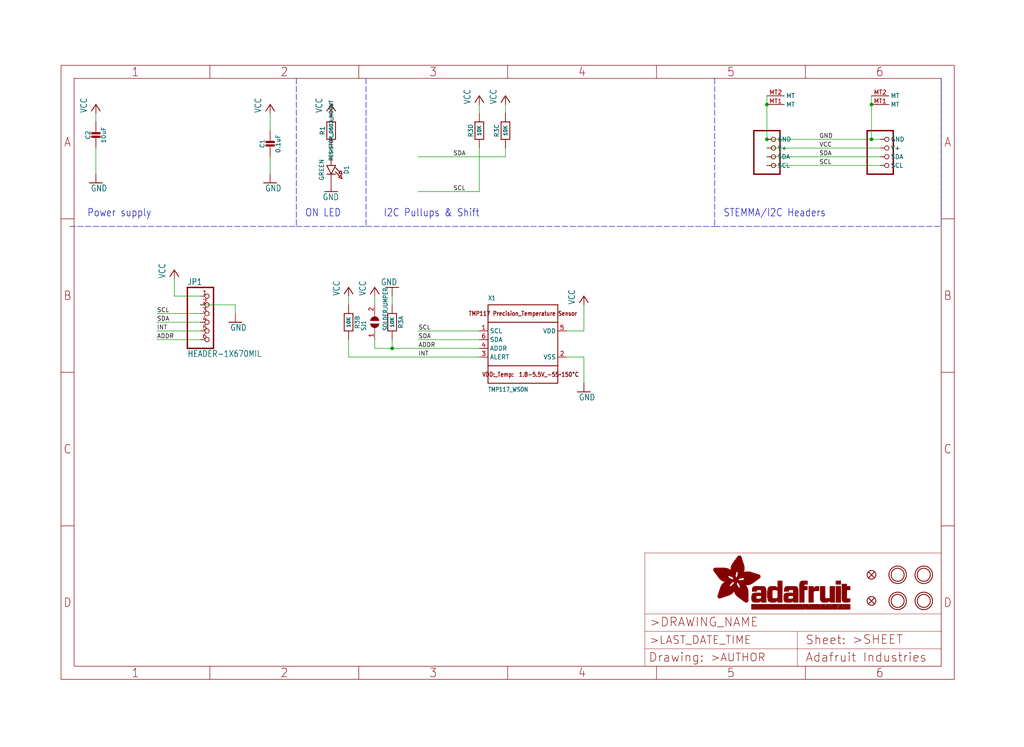
<source format=kicad_sch>
(kicad_sch (version 20211123) (generator eeschema)
  (paper "User" 298.45 217.881)
  (lib_symbols
    (symbol "eagleSchem-eagle-import:CAP_CERAMIC0603_NO"
      (property "Reference" "C" (at -2.29 1.25 90))
      (property "Value" "CAP_CERAMIC0603_NO" (at 2.3 1.25 90))
      (symbol "CAP_CERAMIC0603_NO_1_0"
        (pin passive line (at 0 5.08 270) (length 2.54) (name "1") (number "1"))
        (pin passive line (at 0 -2.54 90) (length 2.54) (name "2") (number "2"))
      )
    )
    (symbol "eagleSchem-eagle-import:CAP_CERAMIC0805-NOOUTLINE"
      (property "Reference" "C" (at -2.29 1.25 90))
      (property "Value" "CAP_CERAMIC0805-NOOUTLINE" (at 2.3 1.25 90))
      (symbol "CAP_CERAMIC0805-NOOUTLINE_1_0"
        (pin passive line (at 0 5.08 270) (length 2.54) (name "1") (number "1"))
        (pin passive line (at 0 -2.54 90) (length 2.54) (name "2") (number "2"))
      )
    )
    (symbol "eagleSchem-eagle-import:FIDUCIAL_1MM")
    (symbol "eagleSchem-eagle-import:FRAME_A4_ADAFRUIT"
      (symbol "FRAME_A4_ADAFRUIT_0_0"
        (text "1" (at 21.6958 1.905 0) (effects (font (size 2.54 2.286))))
        (text "1" (at 21.6958 177.165 0) (effects (font (size 2.54 2.286))))
        (text "2" (at 65.0875 1.905 0) (effects (font (size 2.54 2.286))))
        (text "2" (at 65.0875 177.165 0) (effects (font (size 2.54 2.286))))
        (text "3" (at 108.4792 1.905 0) (effects (font (size 2.54 2.286))))
        (text "3" (at 108.4792 177.165 0) (effects (font (size 2.54 2.286))))
        (text "4" (at 151.8708 1.905 0) (effects (font (size 2.54 2.286))))
        (text "4" (at 151.8708 177.165 0) (effects (font (size 2.54 2.286))))
        (text "5" (at 195.2625 1.905 0) (effects (font (size 2.54 2.286))))
        (text "5" (at 195.2625 177.165 0) (effects (font (size 2.54 2.286))))
        (text "6" (at 238.6542 1.905 0) (effects (font (size 2.54 2.286))))
        (text "6" (at 238.6542 177.165 0) (effects (font (size 2.54 2.286))))
        (text "A" (at 1.905 156.6863 0) (effects (font (size 2.54 2.286))))
        (text "A" (at 258.445 156.6863 0) (effects (font (size 2.54 2.286))))
        (text "B" (at 1.905 111.9188 0) (effects (font (size 2.54 2.286))))
        (text "B" (at 258.445 111.9188 0) (effects (font (size 2.54 2.286))))
        (text "C" (at 1.905 67.1513 0) (effects (font (size 2.54 2.286))))
        (text "C" (at 258.445 67.1513 0) (effects (font (size 2.54 2.286))))
        (text "D" (at 1.905 22.3838 0) (effects (font (size 2.54 2.286))))
        (text "D" (at 258.445 22.3838 0) (effects (font (size 2.54 2.286))))
      )
      (symbol "FRAME_A4_ADAFRUIT_1_0"
        (text ">AUTHOR" (at 189.23 5.08 0) (effects (font (size 2.286 2.286)) (justify left bottom)))
        (text ">DRAWING_NAME" (at 171.45 15.24 0) (effects (font (size 2.54 2.54)) (justify left bottom)))
        (text ">LAST_DATE_TIME" (at 171.45 10.16 0) (effects (font (size 2.286 2.286)) (justify left bottom)))
        (text ">SHEET" (at 230.505 10.16 0) (effects (font (size 2.54 2.54)) (justify left bottom)))
        (text "Adafruit Industries" (at 216.916 4.953 0) (effects (font (size 2.54 2.54)) (justify left bottom)))
        (text "Drawing:" (at 171.196 4.953 0) (effects (font (size 2.54 2.54)) (justify left bottom)))
        (text "Sheet:" (at 216.916 10.033 0) (effects (font (size 2.54 2.54)) (justify left bottom)))
      )
    )
    (symbol "eagleSchem-eagle-import:GND" (power)
      (property "Value" "GND" (at -2.54 -2.54 0))
      (symbol "GND_1_0"
        (pin power_in line (at 0 2.54 270) (length 2.54) (name "GND") (number "1"))
      )
    )
    (symbol "eagleSchem-eagle-import:HEADER-1X670MIL"
      (property "Reference" "JP" (at -6.35 10.795 0))
      (property "Value" "HEADER-1X670MIL" (at -6.35 -10.16 0))
      (symbol "HEADER-1X670MIL_1_0"
        (pin passive inverted (at -2.54 7.62 0) (length 2.54) (name "1") (number "1"))
        (pin passive inverted (at -2.54 5.08 0) (length 2.54) (name "2") (number "2"))
        (pin passive inverted (at -2.54 2.54 0) (length 2.54) (name "3") (number "3"))
        (pin passive inverted (at -2.54 0 0) (length 2.54) (name "4") (number "4"))
        (pin passive inverted (at -2.54 -2.54 0) (length 2.54) (name "5") (number "5"))
        (pin passive inverted (at -2.54 -5.08 0) (length 2.54) (name "6") (number "6"))
      )
    )
    (symbol "eagleSchem-eagle-import:LED0603_NOOUTLINE"
      (property "Reference" "D" (at -1.27 4.445 0))
      (property "Value" "LED0603_NOOUTLINE" (at -1.27 -2.794 0))
      (symbol "LED0603_NOOUTLINE_1_0"
        (pin passive line (at -5.08 0 0) (length 2.54) (name "A") (number "A"))
        (pin passive line (at 2.54 0 180) (length 2.54) (name "C") (number "C"))
      )
    )
    (symbol "eagleSchem-eagle-import:MOUNTINGHOLE2.5")
    (symbol "eagleSchem-eagle-import:RESISTOR_0603_NOOUT"
      (property "Reference" "R" (at 0 2.54 0))
      (property "Value" "RESISTOR_0603_NOOUT" (at 0 0 0))
      (symbol "RESISTOR_0603_NOOUT_1_0"
        (pin passive line (at -5.08 0 0) (length 2.54) (name "1") (number "1"))
        (pin passive line (at 5.08 0 180) (length 2.54) (name "2") (number "2"))
      )
    )
    (symbol "eagleSchem-eagle-import:RESISTOR_4PACK"
      (property "Reference" "R" (at 0 2.54 0))
      (property "Value" "RESISTOR_4PACK" (at 0 0 0))
      (symbol "RESISTOR_4PACK_1_0"
        (pin passive line (at -5.08 0 0) (length 2.54) (name "1") (number "1"))
        (pin passive line (at 5.08 0 180) (length 2.54) (name "2") (number "8"))
      )
      (symbol "RESISTOR_4PACK_2_0"
        (pin passive line (at -5.08 0 0) (length 2.54) (name "1") (number "2"))
        (pin passive line (at 5.08 0 180) (length 2.54) (name "2") (number "7"))
      )
      (symbol "RESISTOR_4PACK_3_0"
        (pin passive line (at -5.08 0 0) (length 2.54) (name "1") (number "3"))
        (pin passive line (at 5.08 0 180) (length 2.54) (name "2") (number "6"))
      )
      (symbol "RESISTOR_4PACK_4_0"
        (pin passive line (at -5.08 0 0) (length 2.54) (name "1") (number "4"))
        (pin passive line (at 5.08 0 180) (length 2.54) (name "2") (number "5"))
      )
    )
    (symbol "eagleSchem-eagle-import:SOLDERJUMPER"
      (property "Reference" "SJ" (at -2.54 2.54 0))
      (property "Value" "SOLDERJUMPER" (at -2.54 -3.81 0))
      (symbol "SOLDERJUMPER_1_0"
        (pin passive line (at -5.08 0 0) (length 2.54) (name "1") (number "1"))
        (pin passive line (at 5.08 0 180) (length 2.54) (name "2") (number "2"))
      )
    )
    (symbol "eagleSchem-eagle-import:STEMMA_I2C_QT"
      (symbol "STEMMA_I2C_QT_1_0"
        (pin passive inverted (at 0 5.08 0) (length 2.54) (name "GND") (number "1"))
        (pin passive inverted (at 0 2.54 0) (length 2.54) (name "V+") (number "2"))
        (pin passive inverted (at 0 0 0) (length 2.54) (name "SDA") (number "3"))
        (pin passive inverted (at 0 -2.54 0) (length 2.54) (name "SCL") (number "4"))
      )
      (symbol "STEMMA_I2C_QT_2_0"
        (pin bidirectional line (at 0 0 0) (length 5.08) (name "MT") (number "MT1"))
      )
      (symbol "STEMMA_I2C_QT_3_0"
        (pin bidirectional line (at 0 0 0) (length 5.08) (name "MT") (number "MT2"))
      )
    )
    (symbol "eagleSchem-eagle-import:TMP117_WSON"
      (property "Reference" "X" (at -10.16 11.43 0))
      (property "Value" "TMP117_WSON" (at -10.16 -15.24 0))
      (symbol "TMP117_WSON_1_0"
        (text "1.8-5.5V_-55~150°C" (at -1.27 -10.16 0) (effects (font (size 1.27 1.0795) (thickness 0.2159) bold) (justify left)))
        (text "TMP117 Precision_Temperature Sensor" (at 0 7.62 0) (effects (font (size 1.27 1.0795) (thickness 0.2159) bold)))
        (text "VDD:_Temp:" (at -2.54 -10.16 0) (effects (font (size 1.27 1.0795) (thickness 0.2159) bold) (justify right)))
        (pin bidirectional line (at -12.7 2.54 0) (length 2.54) (name "SCL") (number "1"))
        (pin power_in line (at 12.7 -5.08 180) (length 2.54) (name "VSS") (number "2"))
        (pin output line (at -12.7 -5.08 0) (length 2.54) (name "ALERT") (number "3"))
        (pin input line (at -12.7 -2.54 0) (length 2.54) (name "ADDR") (number "4"))
        (pin power_in line (at 12.7 2.54 180) (length 2.54) (name "VDD") (number "5"))
        (pin bidirectional line (at -12.7 0 0) (length 2.54) (name "SDA") (number "6"))
      )
    )
    (symbol "eagleSchem-eagle-import:VCC" (power)
      (property "Value" "VCC" (at -2.54 -2.54 90))
      (symbol "VCC_1_0"
        (pin power_in line (at 0 -2.54 90) (length 2.54) (name "VCC") (number "1"))
      )
    )
  )
  (junction (at 114.3 101.6))
  (junction (at 223.52 40.64))
  (junction (at 254 30.48))
  (junction (at 223.52 30.48))
  (junction (at 254 40.64))
  (polyline (pts (xy 208.28 66.04) (xy 274.32 66.04)))
  (wire (pts (xy 170.18 96.52) (xy 170.18 88.9)))
  (wire (pts (xy 147.32 45.72) (xy 121.92 45.72)))
  (wire (pts (xy 254 30.48) (xy 254 40.64)))
  (polyline (pts (xy 86.36 66.04) (xy 106.68 66.04)))
  (wire (pts (xy 58.42 91.44) (xy 45.72 91.44)))
  (wire (pts (xy 68.58 88.9) (xy 68.58 91.44)))
  (wire (pts (xy 165.1 96.52) (xy 170.18 96.52)))
  (wire (pts (xy 139.7 101.6) (xy 114.3 101.6)))
  (wire (pts (xy 101.6 104.14) (xy 101.6 99.06)))
  (wire (pts (xy 139.7 30.48) (xy 139.7 33.02)))
  (wire (pts (xy 170.18 104.14) (xy 170.18 111.76)))
  (wire (pts (xy 109.22 88.9) (xy 109.22 86.36)))
  (wire (pts (xy 58.42 99.06) (xy 45.72 99.06)))
  (wire (pts (xy 101.6 86.36) (xy 101.6 88.9)))
  (wire (pts (xy 223.52 48.26) (xy 256.54 48.26)))
  (polyline (pts (xy 20.32 66.04) (xy 86.36 66.04)))
  (wire (pts (xy 139.7 96.52) (xy 121.92 96.52)))
  (polyline (pts (xy 274.32 22.86) (xy 274.32 66.04)))
  (wire (pts (xy 256.54 45.72) (xy 223.52 45.72)))
  (wire (pts (xy 147.32 43.18) (xy 147.32 45.72)))
  (wire (pts (xy 121.92 99.06) (xy 139.7 99.06)))
  (polyline (pts (xy 106.68 22.86) (xy 106.68 66.04)))
  (wire (pts (xy 58.42 96.52) (xy 45.72 96.52)))
  (wire (pts (xy 165.1 104.14) (xy 170.18 104.14)))
  (wire (pts (xy 58.42 93.98) (xy 45.72 93.98)))
  (wire (pts (xy 147.32 33.02) (xy 147.32 30.48)))
  (wire (pts (xy 139.7 43.18) (xy 139.7 55.88)))
  (wire (pts (xy 114.3 101.6) (xy 109.22 101.6)))
  (wire (pts (xy 58.42 88.9) (xy 68.58 88.9)))
  (wire (pts (xy 223.52 27.94) (xy 223.52 30.48)))
  (polyline (pts (xy 208.28 22.86) (xy 208.28 66.04)))
  (wire (pts (xy 254 40.64) (xy 223.52 40.64)))
  (wire (pts (xy 78.74 45.72) (xy 78.74 50.8)))
  (wire (pts (xy 254 27.94) (xy 254 30.48)))
  (wire (pts (xy 58.42 86.36) (xy 50.8 86.36)))
  (wire (pts (xy 27.94 33.02) (xy 27.94 35.56)))
  (wire (pts (xy 109.22 101.6) (xy 109.22 99.06)))
  (polyline (pts (xy 86.36 22.86) (xy 86.36 66.04)))
  (wire (pts (xy 139.7 104.14) (xy 101.6 104.14)))
  (wire (pts (xy 78.74 33.02) (xy 78.74 38.1)))
  (wire (pts (xy 139.7 55.88) (xy 121.92 55.88)))
  (polyline (pts (xy 106.68 66.04) (xy 208.28 66.04)))
  (wire (pts (xy 50.8 86.36) (xy 50.8 81.28)))
  (wire (pts (xy 114.3 86.36) (xy 114.3 88.9)))
  (wire (pts (xy 96.52 45.72) (xy 96.52 43.18)))
  (wire (pts (xy 223.52 30.48) (xy 223.52 40.64)))
  (wire (pts (xy 223.52 43.18) (xy 256.54 43.18)))
  (wire (pts (xy 256.54 40.64) (xy 254 40.64)))
  (wire (pts (xy 27.94 50.8) (xy 27.94 43.18)))
  (wire (pts (xy 114.3 101.6) (xy 114.3 99.06)))
  (text "STEMMA/I2C Headers" (at 210.82 63.5 180) (effects (font (size 2.1844 1.8567)) (justify left bottom)))
  (text "I2C Pullups & Shift" (at 111.76 63.5 180) (effects (font (size 2.1844 1.8567)) (justify left bottom)))
  (text "ON LED" (at 88.9 63.5 180) (effects (font (size 2.1844 1.8567)) (justify left bottom)))
  (text "Power supply" (at 25.4 63.5 180) (effects (font (size 2.1844 1.8567)) (justify left bottom)))
  (label "SDA" (at 132.08 45.72 0) (effects (font (size 1.2446 1.2446))))
  (label "ADDR" (at 121.92 101.6 0) (effects (font (size 1.2446 1.2446))))
  (label "ADDR" (at 45.72 99.06 0) (effects (font (size 1.2446 1.2446))))
  (label "INT" (at 121.92 104.14 0) (effects (font (size 1.2446 1.2446))))
  (label "SCL" (at 238.76 48.26 0) (effects (font (size 1.2446 1.2446))))
  (label "SDA" (at 121.92 99.06 0) (effects (font (size 1.2446 1.2446))))
  (label "SDA" (at 45.72 93.98 0) (effects (font (size 1.2446 1.2446))))
  (label "VCC" (at 238.76 43.18 0) (effects (font (size 1.2446 1.2446))))
  (label "SCL" (at 121.92 96.52 0) (effects (font (size 1.2446 1.2446))))
  (label "SDA" (at 238.76 45.72 0) (effects (font (size 1.2446 1.2446))))
  (label "SCL" (at 132.08 55.88 0) (effects (font (size 1.2446 1.2446))))
  (label "INT" (at 45.72 96.52 0) (effects (font (size 1.2446 1.2446))))
  (label "GND" (at 238.76 40.64 0) (effects (font (size 1.2446 1.2446))))
  (label "SCL" (at 45.72 91.44 0) (effects (font (size 1.2446 1.2446))))
  (symbol (lib_id "eagleSchem-eagle-import:RESISTOR_4PACK") (at 139.7 38.1 90) (unit 4)
    (property "Reference" "R3" (at 137.16 38.1 0))
    (property "Value" "10K" (at 139.7 38.1 0) (effects (font (size 1.016 1.016) bold)))
    (property "Footprint" "eagleSchem:RESPACK_4X0603" (effects hide))
  )
  (symbol (lib_id "eagleSchem-eagle-import:VCC") (at 50.8 78.74 0) (unit 1)
    (property "Reference" "#P+4" (effects hide))
    (property "Value" "VCC" (at 48.26 81.28 90) (effects (font (size 1.778 1.5113)) (justify left bottom)))
    (property "Footprint" "eagleSchem:" (effects hide))
  )
  (symbol (lib_id "eagleSchem-eagle-import:MOUNTINGHOLE2.5") (at 261.62 167.64 0) (unit 1)
    (property "Reference" "U$17" (effects hide))
    (property "Value" "MOUNTINGHOLE2.5" (effects hide))
    (property "Footprint" "eagleSchem:MOUNTINGHOLE_2.5_PLATED" (effects hide))
  )
  (symbol (lib_id "eagleSchem-eagle-import:VCC") (at 27.94 30.48 0) (unit 1)
    (property "Reference" "#P+3" (effects hide))
    (property "Value" "VCC" (at 25.4 33.02 90) (effects (font (size 1.778 1.5113)) (justify left bottom)))
    (property "Footprint" "eagleSchem:" (effects hide))
  )
  (symbol (lib_id "eagleSchem-eagle-import:STEMMA_I2C_QT") (at 223.52 45.72 0) (unit 1)
    (property "Reference" "CONN3" (effects hide))
    (property "Value" "STEMMA_I2C_QT" (effects hide))
    (property "Footprint" "eagleSchem:JST_SH4" (effects hide))
  )
  (symbol (lib_id "eagleSchem-eagle-import:GND") (at 27.94 53.34 0) (unit 1)
    (property "Reference" "#U$13" (effects hide))
    (property "Value" "GND" (at 26.416 55.88 0) (effects (font (size 1.778 1.5113)) (justify left bottom)))
    (property "Footprint" "eagleSchem:" (effects hide))
  )
  (symbol (lib_id "eagleSchem-eagle-import:RESISTOR_0603_NOOUT") (at 96.52 38.1 90) (unit 1)
    (property "Reference" "R1" (at 93.98 38.1 0))
    (property "Value" "RESISTOR_0603_NOOUT" (at 96.52 38.1 0) (effects (font (size 1.016 1.016) bold)))
    (property "Footprint" "eagleSchem:0603-NO" (effects hide))
  )
  (symbol (lib_id "eagleSchem-eagle-import:RESISTOR_4PACK") (at 147.32 38.1 90) (unit 3)
    (property "Reference" "R3" (at 144.78 38.1 0))
    (property "Value" "10K" (at 147.32 38.1 0) (effects (font (size 1.016 1.016) bold)))
    (property "Footprint" "eagleSchem:RESPACK_4X0603" (effects hide))
  )
  (symbol (lib_id "eagleSchem-eagle-import:GND") (at 170.18 114.3 0) (unit 1)
    (property "Reference" "#U$2" (effects hide))
    (property "Value" "GND" (at 168.656 116.84 0) (effects (font (size 1.778 1.5113)) (justify left bottom)))
    (property "Footprint" "eagleSchem:" (effects hide))
  )
  (symbol (lib_id "eagleSchem-eagle-import:VCC") (at 147.32 27.94 0) (unit 1)
    (property "Reference" "#P+2" (effects hide))
    (property "Value" "VCC" (at 144.78 30.48 90) (effects (font (size 1.778 1.5113)) (justify left bottom)))
    (property "Footprint" "eagleSchem:" (effects hide))
  )
  (symbol (lib_id "eagleSchem-eagle-import:GND") (at 68.58 93.98 0) (unit 1)
    (property "Reference" "#U$10" (effects hide))
    (property "Value" "GND" (at 67.056 96.52 0) (effects (font (size 1.778 1.5113)) (justify left bottom)))
    (property "Footprint" "eagleSchem:" (effects hide))
  )
  (symbol (lib_id "eagleSchem-eagle-import:FIDUCIAL_1MM") (at 254 167.64 0) (unit 1)
    (property "Reference" "FID4" (effects hide))
    (property "Value" "FIDUCIAL_1MM" (effects hide))
    (property "Footprint" "eagleSchem:FIDUCIAL_1MM" (effects hide))
  )
  (symbol (lib_id "eagleSchem-eagle-import:VCC") (at 78.74 30.48 0) (unit 1)
    (property "Reference" "#P+5" (effects hide))
    (property "Value" "VCC" (at 76.2 33.02 90) (effects (font (size 1.778 1.5113)) (justify left bottom)))
    (property "Footprint" "eagleSchem:" (effects hide))
  )
  (symbol (lib_id "eagleSchem-eagle-import:GND") (at 96.52 55.88 0) (unit 1)
    (property "Reference" "#GND6" (effects hide))
    (property "Value" "GND" (at 93.98 58.42 0) (effects (font (size 1.778 1.5113)) (justify left bottom)))
    (property "Footprint" "eagleSchem:" (effects hide))
  )
  (symbol (lib_id "eagleSchem-eagle-import:GND") (at 114.3 83.82 180) (unit 1)
    (property "Reference" "#U$3" (effects hide))
    (property "Value" "GND" (at 115.824 81.28 0) (effects (font (size 1.778 1.5113)) (justify left bottom)))
    (property "Footprint" "eagleSchem:" (effects hide))
  )
  (symbol (lib_id "eagleSchem-eagle-import:VCC") (at 109.22 83.82 0) (unit 1)
    (property "Reference" "#P+9" (effects hide))
    (property "Value" "VCC" (at 106.68 86.36 90) (effects (font (size 1.778 1.5113)) (justify left bottom)))
    (property "Footprint" "eagleSchem:" (effects hide))
  )
  (symbol (lib_id "eagleSchem-eagle-import:CAP_CERAMIC0805-NOOUTLINE") (at 27.94 40.64 0) (unit 1)
    (property "Reference" "C2" (at 25.65 39.39 90))
    (property "Value" "10uF" (at 30.24 39.39 90))
    (property "Footprint" "eagleSchem:0805-NO" (effects hide))
  )
  (symbol (lib_id "eagleSchem-eagle-import:FIDUCIAL_1MM") (at 254 175.26 0) (unit 1)
    (property "Reference" "FID3" (effects hide))
    (property "Value" "FIDUCIAL_1MM" (effects hide))
    (property "Footprint" "eagleSchem:FIDUCIAL_1MM" (effects hide))
  )
  (symbol (lib_id "eagleSchem-eagle-import:MOUNTINGHOLE2.5") (at 269.24 167.64 0) (unit 1)
    (property "Reference" "U$19" (effects hide))
    (property "Value" "MOUNTINGHOLE2.5" (effects hide))
    (property "Footprint" "eagleSchem:MOUNTINGHOLE_2.5_PLATED" (effects hide))
  )
  (symbol (lib_id "eagleSchem-eagle-import:VCC") (at 139.7 27.94 0) (unit 1)
    (property "Reference" "#P+1" (effects hide))
    (property "Value" "VCC" (at 137.16 30.48 90) (effects (font (size 1.778 1.5113)) (justify left bottom)))
    (property "Footprint" "eagleSchem:" (effects hide))
  )
  (symbol (lib_id "eagleSchem-eagle-import:RESISTOR_4PACK") (at 114.3 93.98 270) (unit 1)
    (property "Reference" "R3" (at 116.84 93.98 0))
    (property "Value" "10K" (at 114.3 93.98 0) (effects (font (size 1.016 1.016) bold)))
    (property "Footprint" "eagleSchem:RESPACK_4X0603" (effects hide))
  )
  (symbol (lib_id "eagleSchem-eagle-import:FRAME_A4_ADAFRUIT") (at 17.78 198.12 0) (unit 1)
    (property "Reference" "#U$18" (effects hide))
    (property "Value" "FRAME_A4_ADAFRUIT" (effects hide))
    (property "Footprint" "eagleSchem:" (effects hide))
  )
  (symbol (lib_id "eagleSchem-eagle-import:VCC") (at 96.52 30.48 0) (unit 1)
    (property "Reference" "#P+6" (effects hide))
    (property "Value" "VCC" (at 93.98 33.02 90) (effects (font (size 1.778 1.5113)) (justify left bottom)))
    (property "Footprint" "eagleSchem:" (effects hide))
  )
  (symbol (lib_id "eagleSchem-eagle-import:MOUNTINGHOLE2.5") (at 269.24 175.26 0) (unit 1)
    (property "Reference" "U$21" (effects hide))
    (property "Value" "MOUNTINGHOLE2.5" (effects hide))
    (property "Footprint" "eagleSchem:MOUNTINGHOLE_2.5_PLATED" (effects hide))
  )
  (symbol (lib_id "eagleSchem-eagle-import:STEMMA_I2C_QT") (at 256.54 45.72 0) (unit 1)
    (property "Reference" "CONN4" (effects hide))
    (property "Value" "STEMMA_I2C_QT" (effects hide))
    (property "Footprint" "eagleSchem:JST_SH4" (effects hide))
  )
  (symbol (lib_id "eagleSchem-eagle-import:VCC") (at 170.18 86.36 0) (unit 1)
    (property "Reference" "#P+7" (effects hide))
    (property "Value" "VCC" (at 167.64 88.9 90) (effects (font (size 1.778 1.5113)) (justify left bottom)))
    (property "Footprint" "eagleSchem:" (effects hide))
  )
  (symbol (lib_id "eagleSchem-eagle-import:VCC") (at 101.6 83.82 0) (unit 1)
    (property "Reference" "#P+8" (effects hide))
    (property "Value" "VCC" (at 99.06 86.36 90) (effects (font (size 1.778 1.5113)) (justify left bottom)))
    (property "Footprint" "eagleSchem:" (effects hide))
  )
  (symbol (lib_id "eagleSchem-eagle-import:STEMMA_I2C_QT") (at 223.52 30.48 0) (unit 2)
    (property "Reference" "CONN3" (effects hide))
    (property "Value" "STEMMA_I2C_QT" (effects hide))
    (property "Footprint" "eagleSchem:JST_SH4" (effects hide))
  )
  (symbol (lib_id "eagleSchem-eagle-import:RESISTOR_4PACK") (at 101.6 93.98 270) (unit 2)
    (property "Reference" "R3" (at 104.14 93.98 0))
    (property "Value" "10K" (at 101.6 93.98 0) (effects (font (size 1.016 1.016) bold)))
    (property "Footprint" "eagleSchem:RESPACK_4X0603" (effects hide))
  )
  (symbol (lib_id "eagleSchem-eagle-import:TMP117_WSON") (at 152.4 99.06 0) (unit 1)
    (property "Reference" "X1" (at 142.24 87.63 0) (effects (font (size 1.27 1.0795)) (justify left bottom)))
    (property "Value" "TMP117_WSON" (at 142.24 114.3 0) (effects (font (size 1.27 1.0795)) (justify left bottom)))
    (property "Footprint" "eagleSchem:WSON-6" (effects hide))
  )
  (symbol (lib_id "eagleSchem-eagle-import:STEMMA_I2C_QT") (at 223.52 27.94 0) (unit 3)
    (property "Reference" "CONN3" (effects hide))
    (property "Value" "STEMMA_I2C_QT" (effects hide))
    (property "Footprint" "eagleSchem:JST_SH4" (effects hide))
  )
  (symbol (lib_id "eagleSchem-eagle-import:SOLDERJUMPER") (at 109.22 93.98 90) (unit 1)
    (property "Reference" "SJ1" (at 106.68 96.52 0) (effects (font (size 1.27 1.0795)) (justify left bottom)))
    (property "Value" "SOLDERJUMPER" (at 113.03 96.52 0) (effects (font (size 1.27 1.0795)) (justify left bottom)))
    (property "Footprint" "eagleSchem:SOLDERJUMPER_ARROW_NOPASTE" (effects hide))
  )
  (symbol (lib_id "eagleSchem-eagle-import:GND") (at 78.74 53.34 0) (unit 1)
    (property "Reference" "#U$6" (effects hide))
    (property "Value" "GND" (at 77.216 55.88 0) (effects (font (size 1.778 1.5113)) (justify left bottom)))
    (property "Footprint" "eagleSchem:" (effects hide))
  )
  (symbol (lib_id "eagleSchem-eagle-import:CAP_CERAMIC0603_NO") (at 78.74 43.18 0) (unit 1)
    (property "Reference" "C1" (at 76.45 41.93 90))
    (property "Value" "0.1uF" (at 81.04 41.93 90))
    (property "Footprint" "eagleSchem:0603-NO" (effects hide))
  )
  (symbol (lib_id "eagleSchem-eagle-import:LED0603_NOOUTLINE") (at 96.52 50.8 270) (unit 1)
    (property "Reference" "D1" (at 100.965 49.53 0))
    (property "Value" "GREEN" (at 93.726 49.53 0))
    (property "Footprint" "eagleSchem:CHIPLED_0603_NOOUTLINE" (effects hide))
  )
  (symbol (lib_id "eagleSchem-eagle-import:MOUNTINGHOLE2.5") (at 261.62 175.26 0) (unit 1)
    (property "Reference" "U$1" (effects hide))
    (property "Value" "MOUNTINGHOLE2.5" (effects hide))
    (property "Footprint" "eagleSchem:MOUNTINGHOLE_2.5_PLATED" (effects hide))
  )
  (symbol (lib_id "eagleSchem-eagle-import:STEMMA_I2C_QT") (at 254 27.94 0) (unit 3)
    (property "Reference" "CONN4" (effects hide))
    (property "Value" "STEMMA_I2C_QT" (effects hide))
    (property "Footprint" "eagleSchem:JST_SH4" (effects hide))
  )
  (symbol (lib_id "eagleSchem-eagle-import:STEMMA_I2C_QT") (at 254 30.48 0) (unit 2)
    (property "Reference" "CONN4" (effects hide))
    (property "Value" "STEMMA_I2C_QT" (effects hide))
    (property "Footprint" "eagleSchem:JST_SH4" (effects hide))
  )
  (symbol (lib_id "eagleSchem-eagle-import:HEADER-1X670MIL") (at 60.96 93.98 0) (unit 1)
    (property "Reference" "JP1" (at 54.61 83.185 0) (effects (font (size 1.778 1.5113)) (justify left bottom)))
    (property "Value" "HEADER-1X670MIL" (at 54.61 104.14 0) (effects (font (size 1.778 1.5113)) (justify left bottom)))
    (property "Footprint" "eagleSchem:1X06_ROUND_70" (effects hide))
  )
)
</source>
